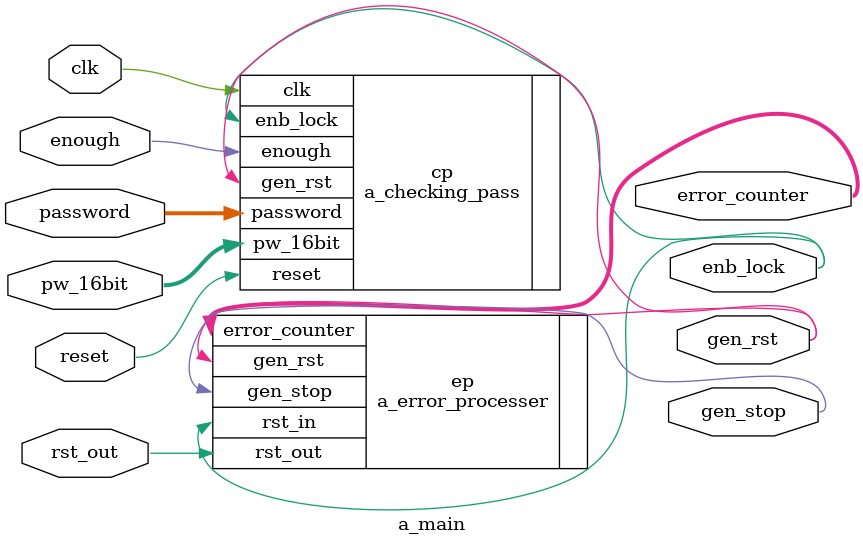
<source format=v>
`timescale 1ns / 1ps


module a_main(
    input [15:0] pw_16bit,
    input [15:0] password,
    input enough,
    input reset,
    input rst_out,
    input clk,
    output enb_lock,
    output gen_stop,
    output [2:0] error_counter,
    output gen_rst
    );
    
    
    a_checking_pass cp (
        .pw_16bit(pw_16bit),
        .password(password),
        .enough(enough),
        .reset(reset),
        .clk(clk),
        .enb_lock(enb_lock),
        .gen_rst(gen_rst)
    );
 
    a_error_processer ep (
        .gen_rst(gen_rst), 
        .rst_in(enb_lock),  
        .rst_out(rst_out), 
        .gen_stop(gen_stop),
        .error_counter(error_counter)
    );   
endmodule


</source>
